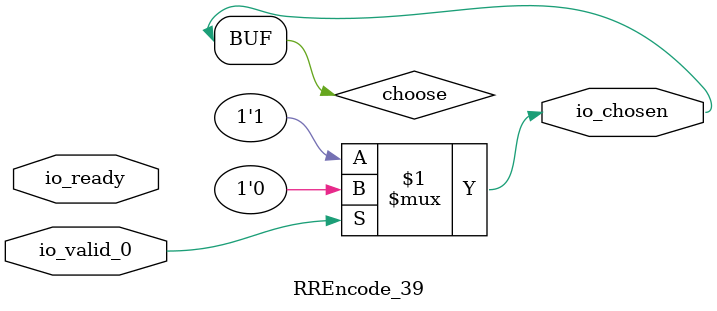
<source format=v>
module RREncode_39(
    input  io_valid_0,
    output io_chosen,
    input  io_ready);
  wire choose;
  assign io_chosen = choose;
  assign choose = io_valid_0 ? 1'h0 : 1'h1;
endmodule
</source>
